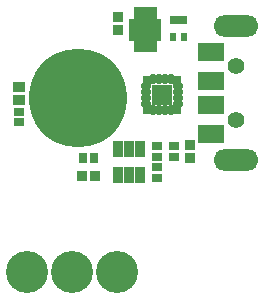
<source format=gbs>
G04 #@! TF.FileFunction,Soldermask,Bot*
%FSLAX46Y46*%
G04 Gerber Fmt 4.6, Leading zero omitted, Abs format (unit mm)*
G04 Created by KiCad (PCBNEW 4.0.5) date 03/08/17 21:21:33*
%MOMM*%
%LPD*%
G01*
G04 APERTURE LIST*
%ADD10C,0.150000*%
%ADD11R,0.554800X1.004800*%
%ADD12R,1.494800X1.134800*%
%ADD13O,8.304800X8.304800*%
%ADD14O,3.804920X1.805940*%
%ADD15R,2.303780X1.503680*%
%ADD16C,1.404620*%
%ADD17R,0.804800X0.904800*%
%ADD18C,3.556000*%
%ADD19R,0.954800X1.364800*%
%ADD20R,0.904800X0.804800*%
%ADD21R,0.644800X0.644800*%
%ADD22O,0.554800X0.914800*%
%ADD23O,0.914800X0.554800*%
%ADD24R,1.804800X1.804800*%
%ADD25R,0.604800X0.754800*%
%ADD26R,1.004800X0.904800*%
%ADD27R,0.904800X0.704800*%
%ADD28R,0.704800X0.904800*%
G04 APERTURE END LIST*
D10*
D11*
X-1425000Y6746500D03*
X-925000Y6746500D03*
X-425000Y6746500D03*
X75000Y6746500D03*
X75000Y3946500D03*
X-425000Y3946500D03*
X-925000Y3946500D03*
X-1425000Y3946500D03*
D12*
X-80000Y4931500D03*
X-1270000Y4931500D03*
X-80000Y5761500D03*
X-1270000Y5761500D03*
D13*
X-6375000Y-453500D03*
D14*
X6999600Y5683770D03*
X6999600Y-5715750D03*
D15*
X4899020Y-1016750D03*
X4899020Y1000010D03*
X4899020Y-3516110D03*
X4899020Y3484130D03*
D16*
X6999600Y-2266430D03*
X6999600Y2234450D03*
D17*
X-2975000Y5296500D03*
X-2975000Y6396500D03*
D18*
X-10675000Y-15153500D03*
X-3075000Y-15153500D03*
X-6875000Y-15153500D03*
D19*
X-3025000Y-4753500D03*
X-2075000Y-4753500D03*
X-1125000Y-4753500D03*
X-1125000Y-6953500D03*
X-3025000Y-6953500D03*
X-2075000Y-6953500D03*
D20*
X-4925000Y-7053500D03*
X-6025000Y-7053500D03*
D21*
X-540000Y1111500D03*
D22*
X-40000Y1201500D03*
X460000Y1201500D03*
X990000Y1201500D03*
X1460000Y1201500D03*
D21*
X1990000Y1111500D03*
D23*
X2060000Y611500D03*
X2060000Y111500D03*
X2060000Y-418500D03*
X2060000Y-918500D03*
D21*
X1990000Y-1418500D03*
D22*
X1490000Y-1488500D03*
X990000Y-1488500D03*
X460000Y-1488500D03*
X-40000Y-1488500D03*
D21*
X-540000Y-1418500D03*
D23*
X-610000Y-918500D03*
X-610000Y-418500D03*
X-610000Y102500D03*
X-610000Y611500D03*
D24*
X725000Y-153500D03*
D25*
X1625000Y6146500D03*
X2625000Y6146500D03*
X1625000Y4746500D03*
X2125000Y6146500D03*
X2625000Y4746500D03*
D17*
X3125000Y-4403500D03*
X3125000Y-5503500D03*
D26*
X-11375000Y-603500D03*
X-11375000Y496500D03*
D27*
X325000Y-6303500D03*
X325000Y-7203500D03*
D28*
X-5925000Y-5553500D03*
X-5025000Y-5553500D03*
D27*
X325000Y-5403500D03*
X325000Y-4503500D03*
X1725000Y-4503500D03*
X1725000Y-5403500D03*
X-11375000Y-1603500D03*
X-11375000Y-2503500D03*
M02*

</source>
